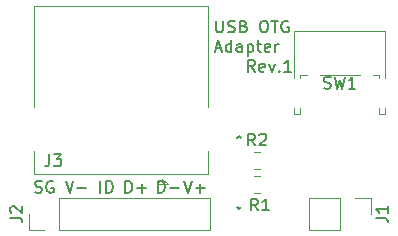
<source format=gto>
G04 #@! TF.GenerationSoftware,KiCad,Pcbnew,5.1.9+dfsg1-1+deb11u1*
G04 #@! TF.CreationDate,2023-03-07T21:47:34+09:00*
G04 #@! TF.ProjectId,tablet-usb-adapter,7461626c-6574-42d7-9573-622d61646170,rev?*
G04 #@! TF.SameCoordinates,Original*
G04 #@! TF.FileFunction,Legend,Top*
G04 #@! TF.FilePolarity,Positive*
%FSLAX46Y46*%
G04 Gerber Fmt 4.6, Leading zero omitted, Abs format (unit mm)*
G04 Created by KiCad (PCBNEW 5.1.9+dfsg1-1+deb11u1) date 2023-03-07 21:47:34*
%MOMM*%
%LPD*%
G01*
G04 APERTURE LIST*
%ADD10C,0.150000*%
%ADD11C,0.120000*%
%ADD12C,5.600000*%
%ADD13R,1.700000X1.700000*%
%ADD14O,1.700000X1.700000*%
%ADD15C,3.500000*%
%ADD16R,1.524000X1.524000*%
%ADD17C,1.524000*%
%ADD18C,2.100000*%
%ADD19C,1.750000*%
G04 APERTURE END LIST*
D10*
X141051595Y-106127380D02*
X141051595Y-106936904D01*
X141099214Y-107032142D01*
X141146833Y-107079761D01*
X141242071Y-107127380D01*
X141432547Y-107127380D01*
X141527785Y-107079761D01*
X141575404Y-107032142D01*
X141623023Y-106936904D01*
X141623023Y-106127380D01*
X142051595Y-107079761D02*
X142194452Y-107127380D01*
X142432547Y-107127380D01*
X142527785Y-107079761D01*
X142575404Y-107032142D01*
X142623023Y-106936904D01*
X142623023Y-106841666D01*
X142575404Y-106746428D01*
X142527785Y-106698809D01*
X142432547Y-106651190D01*
X142242071Y-106603571D01*
X142146833Y-106555952D01*
X142099214Y-106508333D01*
X142051595Y-106413095D01*
X142051595Y-106317857D01*
X142099214Y-106222619D01*
X142146833Y-106175000D01*
X142242071Y-106127380D01*
X142480166Y-106127380D01*
X142623023Y-106175000D01*
X143384928Y-106603571D02*
X143527785Y-106651190D01*
X143575404Y-106698809D01*
X143623023Y-106794047D01*
X143623023Y-106936904D01*
X143575404Y-107032142D01*
X143527785Y-107079761D01*
X143432547Y-107127380D01*
X143051595Y-107127380D01*
X143051595Y-106127380D01*
X143384928Y-106127380D01*
X143480166Y-106175000D01*
X143527785Y-106222619D01*
X143575404Y-106317857D01*
X143575404Y-106413095D01*
X143527785Y-106508333D01*
X143480166Y-106555952D01*
X143384928Y-106603571D01*
X143051595Y-106603571D01*
X145003976Y-106127380D02*
X145194452Y-106127380D01*
X145289690Y-106175000D01*
X145384928Y-106270238D01*
X145432547Y-106460714D01*
X145432547Y-106794047D01*
X145384928Y-106984523D01*
X145289690Y-107079761D01*
X145194452Y-107127380D01*
X145003976Y-107127380D01*
X144908738Y-107079761D01*
X144813500Y-106984523D01*
X144765880Y-106794047D01*
X144765880Y-106460714D01*
X144813500Y-106270238D01*
X144908738Y-106175000D01*
X145003976Y-106127380D01*
X145718261Y-106127380D02*
X146289690Y-106127380D01*
X146003976Y-107127380D02*
X146003976Y-106127380D01*
X147146833Y-106175000D02*
X147051595Y-106127380D01*
X146908738Y-106127380D01*
X146765880Y-106175000D01*
X146670642Y-106270238D01*
X146623023Y-106365476D01*
X146575404Y-106555952D01*
X146575404Y-106698809D01*
X146623023Y-106889285D01*
X146670642Y-106984523D01*
X146765880Y-107079761D01*
X146908738Y-107127380D01*
X147003976Y-107127380D01*
X147146833Y-107079761D01*
X147194452Y-107032142D01*
X147194452Y-106698809D01*
X147003976Y-106698809D01*
X141003976Y-108491666D02*
X141480166Y-108491666D01*
X140908738Y-108777380D02*
X141242071Y-107777380D01*
X141575404Y-108777380D01*
X142337309Y-108777380D02*
X142337309Y-107777380D01*
X142337309Y-108729761D02*
X142242071Y-108777380D01*
X142051595Y-108777380D01*
X141956357Y-108729761D01*
X141908738Y-108682142D01*
X141861119Y-108586904D01*
X141861119Y-108301190D01*
X141908738Y-108205952D01*
X141956357Y-108158333D01*
X142051595Y-108110714D01*
X142242071Y-108110714D01*
X142337309Y-108158333D01*
X143242071Y-108777380D02*
X143242071Y-108253571D01*
X143194452Y-108158333D01*
X143099214Y-108110714D01*
X142908738Y-108110714D01*
X142813500Y-108158333D01*
X143242071Y-108729761D02*
X143146833Y-108777380D01*
X142908738Y-108777380D01*
X142813500Y-108729761D01*
X142765880Y-108634523D01*
X142765880Y-108539285D01*
X142813500Y-108444047D01*
X142908738Y-108396428D01*
X143146833Y-108396428D01*
X143242071Y-108348809D01*
X143718261Y-108110714D02*
X143718261Y-109110714D01*
X143718261Y-108158333D02*
X143813500Y-108110714D01*
X144003976Y-108110714D01*
X144099214Y-108158333D01*
X144146833Y-108205952D01*
X144194452Y-108301190D01*
X144194452Y-108586904D01*
X144146833Y-108682142D01*
X144099214Y-108729761D01*
X144003976Y-108777380D01*
X143813500Y-108777380D01*
X143718261Y-108729761D01*
X144480166Y-108110714D02*
X144861119Y-108110714D01*
X144623023Y-107777380D02*
X144623023Y-108634523D01*
X144670642Y-108729761D01*
X144765880Y-108777380D01*
X144861119Y-108777380D01*
X145575404Y-108729761D02*
X145480166Y-108777380D01*
X145289690Y-108777380D01*
X145194452Y-108729761D01*
X145146833Y-108634523D01*
X145146833Y-108253571D01*
X145194452Y-108158333D01*
X145289690Y-108110714D01*
X145480166Y-108110714D01*
X145575404Y-108158333D01*
X145623023Y-108253571D01*
X145623023Y-108348809D01*
X145146833Y-108444047D01*
X146051595Y-108777380D02*
X146051595Y-108110714D01*
X146051595Y-108301190D02*
X146099214Y-108205952D01*
X146146833Y-108158333D01*
X146242071Y-108110714D01*
X146337309Y-108110714D01*
X144327714Y-110452380D02*
X143994380Y-109976190D01*
X143756285Y-110452380D02*
X143756285Y-109452380D01*
X144137238Y-109452380D01*
X144232476Y-109500000D01*
X144280095Y-109547619D01*
X144327714Y-109642857D01*
X144327714Y-109785714D01*
X144280095Y-109880952D01*
X144232476Y-109928571D01*
X144137238Y-109976190D01*
X143756285Y-109976190D01*
X145137238Y-110404761D02*
X145042000Y-110452380D01*
X144851523Y-110452380D01*
X144756285Y-110404761D01*
X144708666Y-110309523D01*
X144708666Y-109928571D01*
X144756285Y-109833333D01*
X144851523Y-109785714D01*
X145042000Y-109785714D01*
X145137238Y-109833333D01*
X145184857Y-109928571D01*
X145184857Y-110023809D01*
X144708666Y-110119047D01*
X145518190Y-109785714D02*
X145756285Y-110452380D01*
X145994380Y-109785714D01*
X146375333Y-110357142D02*
X146422952Y-110404761D01*
X146375333Y-110452380D01*
X146327714Y-110404761D01*
X146375333Y-110357142D01*
X146375333Y-110452380D01*
X147375333Y-110452380D02*
X146803904Y-110452380D01*
X147089619Y-110452380D02*
X147089619Y-109452380D01*
X146994380Y-109595238D01*
X146899142Y-109690476D01*
X146803904Y-109738095D01*
X143190476Y-121952380D02*
X143000000Y-122095238D01*
X142809523Y-121952380D01*
X142809523Y-116047619D02*
X143000000Y-115904761D01*
X143190476Y-116047619D01*
X138297619Y-119702380D02*
X138630952Y-120702380D01*
X138964285Y-119702380D01*
X139297619Y-120321428D02*
X140059523Y-120321428D01*
X139678571Y-120702380D02*
X139678571Y-119940476D01*
X136119047Y-120702380D02*
X136119047Y-119702380D01*
X136357142Y-119702380D01*
X136500000Y-119750000D01*
X136595238Y-119845238D01*
X136642857Y-119940476D01*
X136690476Y-120130952D01*
X136690476Y-120273809D01*
X136642857Y-120464285D01*
X136595238Y-120559523D01*
X136500000Y-120654761D01*
X136357142Y-120702380D01*
X136119047Y-120702380D01*
X137119047Y-120321428D02*
X137880952Y-120321428D01*
X133369047Y-120702380D02*
X133369047Y-119702380D01*
X133607142Y-119702380D01*
X133750000Y-119750000D01*
X133845238Y-119845238D01*
X133892857Y-119940476D01*
X133940476Y-120130952D01*
X133940476Y-120273809D01*
X133892857Y-120464285D01*
X133845238Y-120559523D01*
X133750000Y-120654761D01*
X133607142Y-120702380D01*
X133369047Y-120702380D01*
X134369047Y-120321428D02*
X135130952Y-120321428D01*
X134750000Y-120702380D02*
X134750000Y-119940476D01*
X131250000Y-120702380D02*
X131250000Y-119702380D01*
X131726190Y-120702380D02*
X131726190Y-119702380D01*
X131964285Y-119702380D01*
X132107142Y-119750000D01*
X132202380Y-119845238D01*
X132250000Y-119940476D01*
X132297619Y-120130952D01*
X132297619Y-120273809D01*
X132250000Y-120464285D01*
X132202380Y-120559523D01*
X132107142Y-120654761D01*
X131964285Y-120702380D01*
X131726190Y-120702380D01*
X128297619Y-119702380D02*
X128630952Y-120702380D01*
X128964285Y-119702380D01*
X129297619Y-120321428D02*
X130059523Y-120321428D01*
X125714285Y-120654761D02*
X125857142Y-120702380D01*
X126095238Y-120702380D01*
X126190476Y-120654761D01*
X126238095Y-120607142D01*
X126285714Y-120511904D01*
X126285714Y-120416666D01*
X126238095Y-120321428D01*
X126190476Y-120273809D01*
X126095238Y-120226190D01*
X125904761Y-120178571D01*
X125809523Y-120130952D01*
X125761904Y-120083333D01*
X125714285Y-119988095D01*
X125714285Y-119892857D01*
X125761904Y-119797619D01*
X125809523Y-119750000D01*
X125904761Y-119702380D01*
X126142857Y-119702380D01*
X126285714Y-119750000D01*
X127238095Y-119750000D02*
X127142857Y-119702380D01*
X127000000Y-119702380D01*
X126857142Y-119750000D01*
X126761904Y-119845238D01*
X126714285Y-119940476D01*
X126666666Y-120130952D01*
X126666666Y-120273809D01*
X126714285Y-120464285D01*
X126761904Y-120559523D01*
X126857142Y-120654761D01*
X127000000Y-120702380D01*
X127095238Y-120702380D01*
X127238095Y-120654761D01*
X127285714Y-120607142D01*
X127285714Y-120273809D01*
X127095238Y-120273809D01*
D11*
X148920000Y-121170000D02*
X148920000Y-123830000D01*
X151520000Y-121170000D02*
X148920000Y-121170000D01*
X151520000Y-123830000D02*
X148920000Y-123830000D01*
X151520000Y-121170000D02*
X151520000Y-123830000D01*
X152790000Y-121170000D02*
X154120000Y-121170000D01*
X154120000Y-121170000D02*
X154120000Y-122500000D01*
X140530000Y-123830000D02*
X140530000Y-121170000D01*
X127770000Y-123830000D02*
X140530000Y-123830000D01*
X127770000Y-121170000D02*
X140530000Y-121170000D01*
X127770000Y-123830000D02*
X127770000Y-121170000D01*
X126500000Y-123830000D02*
X125170000Y-123830000D01*
X125170000Y-123830000D02*
X125170000Y-122500000D01*
X140360000Y-113440000D02*
X140360000Y-104900000D01*
X140360000Y-104900000D02*
X125640000Y-104900000D01*
X125640000Y-113440000D02*
X125640000Y-104900000D01*
X140360000Y-119120000D02*
X125640000Y-119120000D01*
X140360000Y-119120000D02*
X140360000Y-117140000D01*
X125640000Y-117140000D02*
X125640000Y-119120000D01*
X137000000Y-120000000D02*
X136500000Y-119500000D01*
X136500000Y-119500000D02*
X136000000Y-120000000D01*
X136000000Y-120000000D02*
X137000000Y-120000000D01*
X144272936Y-119265000D02*
X144727064Y-119265000D01*
X144272936Y-120735000D02*
X144727064Y-120735000D01*
X148160000Y-110720000D02*
X148160000Y-110950000D01*
X147640000Y-107050000D02*
X155360000Y-107050000D01*
X155360000Y-107050000D02*
X155360000Y-110950000D01*
X147640000Y-114060000D02*
X148160000Y-114060000D01*
X147640000Y-107050000D02*
X147640000Y-110950000D01*
X154840000Y-110720000D02*
X154840000Y-110950000D01*
X148160000Y-113550000D02*
X148160000Y-114060000D01*
X147640000Y-113550000D02*
X147640000Y-114060000D01*
X154300000Y-110720000D02*
X154840000Y-110720000D01*
X154840000Y-113550000D02*
X154840000Y-114060000D01*
X154840000Y-114060000D02*
X155360000Y-114060000D01*
X155360000Y-113550000D02*
X155360000Y-114060000D01*
X148160000Y-110720000D02*
X148700000Y-110720000D01*
X149800000Y-110720000D02*
X153200000Y-110720000D01*
X144727064Y-118735000D02*
X144272936Y-118735000D01*
X144727064Y-117265000D02*
X144272936Y-117265000D01*
D10*
X154572380Y-122833333D02*
X155286666Y-122833333D01*
X155429523Y-122880952D01*
X155524761Y-122976190D01*
X155572380Y-123119047D01*
X155572380Y-123214285D01*
X155572380Y-121833333D02*
X155572380Y-122404761D01*
X155572380Y-122119047D02*
X154572380Y-122119047D01*
X154715238Y-122214285D01*
X154810476Y-122309523D01*
X154858095Y-122404761D01*
X123622380Y-122833333D02*
X124336666Y-122833333D01*
X124479523Y-122880952D01*
X124574761Y-122976190D01*
X124622380Y-123119047D01*
X124622380Y-123214285D01*
X123717619Y-122404761D02*
X123670000Y-122357142D01*
X123622380Y-122261904D01*
X123622380Y-122023809D01*
X123670000Y-121928571D01*
X123717619Y-121880952D01*
X123812857Y-121833333D01*
X123908095Y-121833333D01*
X124050952Y-121880952D01*
X124622380Y-122452380D01*
X124622380Y-121833333D01*
X126916666Y-117452380D02*
X126916666Y-118166666D01*
X126869047Y-118309523D01*
X126773809Y-118404761D01*
X126630952Y-118452380D01*
X126535714Y-118452380D01*
X127297619Y-117452380D02*
X127916666Y-117452380D01*
X127583333Y-117833333D01*
X127726190Y-117833333D01*
X127821428Y-117880952D01*
X127869047Y-117928571D01*
X127916666Y-118023809D01*
X127916666Y-118261904D01*
X127869047Y-118357142D01*
X127821428Y-118404761D01*
X127726190Y-118452380D01*
X127440476Y-118452380D01*
X127345238Y-118404761D01*
X127297619Y-118357142D01*
X144583333Y-122202380D02*
X144250000Y-121726190D01*
X144011904Y-122202380D02*
X144011904Y-121202380D01*
X144392857Y-121202380D01*
X144488095Y-121250000D01*
X144535714Y-121297619D01*
X144583333Y-121392857D01*
X144583333Y-121535714D01*
X144535714Y-121630952D01*
X144488095Y-121678571D01*
X144392857Y-121726190D01*
X144011904Y-121726190D01*
X145535714Y-122202380D02*
X144964285Y-122202380D01*
X145250000Y-122202380D02*
X145250000Y-121202380D01*
X145154761Y-121345238D01*
X145059523Y-121440476D01*
X144964285Y-121488095D01*
X150166666Y-111834761D02*
X150309523Y-111882380D01*
X150547619Y-111882380D01*
X150642857Y-111834761D01*
X150690476Y-111787142D01*
X150738095Y-111691904D01*
X150738095Y-111596666D01*
X150690476Y-111501428D01*
X150642857Y-111453809D01*
X150547619Y-111406190D01*
X150357142Y-111358571D01*
X150261904Y-111310952D01*
X150214285Y-111263333D01*
X150166666Y-111168095D01*
X150166666Y-111072857D01*
X150214285Y-110977619D01*
X150261904Y-110930000D01*
X150357142Y-110882380D01*
X150595238Y-110882380D01*
X150738095Y-110930000D01*
X151071428Y-110882380D02*
X151309523Y-111882380D01*
X151500000Y-111168095D01*
X151690476Y-111882380D01*
X151928571Y-110882380D01*
X152833333Y-111882380D02*
X152261904Y-111882380D01*
X152547619Y-111882380D02*
X152547619Y-110882380D01*
X152452380Y-111025238D01*
X152357142Y-111120476D01*
X152261904Y-111168095D01*
X144333333Y-116702380D02*
X144000000Y-116226190D01*
X143761904Y-116702380D02*
X143761904Y-115702380D01*
X144142857Y-115702380D01*
X144238095Y-115750000D01*
X144285714Y-115797619D01*
X144333333Y-115892857D01*
X144333333Y-116035714D01*
X144285714Y-116130952D01*
X144238095Y-116178571D01*
X144142857Y-116226190D01*
X143761904Y-116226190D01*
X144714285Y-115797619D02*
X144761904Y-115750000D01*
X144857142Y-115702380D01*
X145095238Y-115702380D01*
X145190476Y-115750000D01*
X145238095Y-115797619D01*
X145285714Y-115892857D01*
X145285714Y-115988095D01*
X145238095Y-116130952D01*
X144666666Y-116702380D01*
X145285714Y-116702380D01*
%LPC*%
D12*
X151500000Y-117500000D03*
X160000000Y-120000000D03*
X160000000Y-110000000D03*
X120000000Y-120000000D03*
X120000000Y-110000000D03*
D13*
X152790000Y-122500000D03*
D14*
X150250000Y-122500000D03*
D13*
X126500000Y-122500000D03*
D14*
X129040000Y-122500000D03*
X131580000Y-122500000D03*
X134120000Y-122500000D03*
X136660000Y-122500000D03*
X139200000Y-122500000D03*
D15*
X126430000Y-115290000D03*
X139570000Y-115290000D03*
D16*
X136500000Y-118000000D03*
D17*
X134000000Y-118000000D03*
X132000000Y-118000000D03*
X129500000Y-118000000D03*
G36*
G01*
X142900000Y-120450001D02*
X142900000Y-119549999D01*
G75*
G02*
X143149999Y-119300000I249999J0D01*
G01*
X143850001Y-119300000D01*
G75*
G02*
X144100000Y-119549999I0J-249999D01*
G01*
X144100000Y-120450001D01*
G75*
G02*
X143850001Y-120700000I-249999J0D01*
G01*
X143149999Y-120700000D01*
G75*
G02*
X142900000Y-120450001I0J249999D01*
G01*
G37*
G36*
G01*
X144900000Y-120450001D02*
X144900000Y-119549999D01*
G75*
G02*
X145149999Y-119300000I249999J0D01*
G01*
X145850001Y-119300000D01*
G75*
G02*
X146100000Y-119549999I0J-249999D01*
G01*
X146100000Y-120450001D01*
G75*
G02*
X145850001Y-120700000I-249999J0D01*
G01*
X145149999Y-120700000D01*
G75*
G02*
X144900000Y-120450001I0J249999D01*
G01*
G37*
D18*
X155010000Y-112240000D03*
D19*
X153750000Y-109750000D03*
X149250000Y-109750000D03*
D18*
X148000000Y-112240000D03*
G36*
G01*
X146100000Y-117549999D02*
X146100000Y-118450001D01*
G75*
G02*
X145850001Y-118700000I-249999J0D01*
G01*
X145149999Y-118700000D01*
G75*
G02*
X144900000Y-118450001I0J249999D01*
G01*
X144900000Y-117549999D01*
G75*
G02*
X145149999Y-117300000I249999J0D01*
G01*
X145850001Y-117300000D01*
G75*
G02*
X146100000Y-117549999I0J-249999D01*
G01*
G37*
G36*
G01*
X144100000Y-117549999D02*
X144100000Y-118450001D01*
G75*
G02*
X143850001Y-118700000I-249999J0D01*
G01*
X143149999Y-118700000D01*
G75*
G02*
X142900000Y-118450001I0J249999D01*
G01*
X142900000Y-117549999D01*
G75*
G02*
X143149999Y-117300000I249999J0D01*
G01*
X143850001Y-117300000D01*
G75*
G02*
X144100000Y-117549999I0J-249999D01*
G01*
G37*
M02*

</source>
